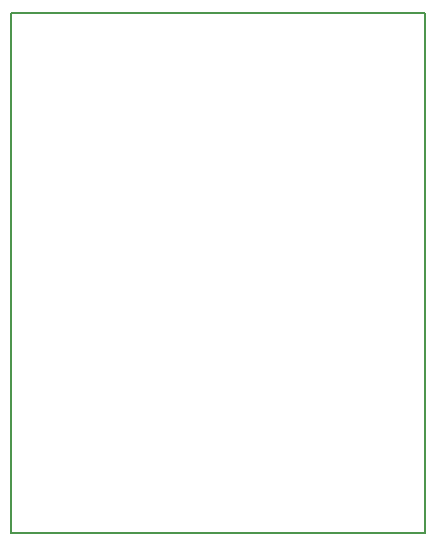
<source format=gbr>
G04 #@! TF.GenerationSoftware,KiCad,Pcbnew,(5.0.0)*
G04 #@! TF.CreationDate,2019-04-06T14:19:34-05:00*
G04 #@! TF.ProjectId,TemperaturePower,54656D7065726174757265506F776572,rev?*
G04 #@! TF.SameCoordinates,Original*
G04 #@! TF.FileFunction,Profile,NP*
%FSLAX46Y46*%
G04 Gerber Fmt 4.6, Leading zero omitted, Abs format (unit mm)*
G04 Created by KiCad (PCBNEW (5.0.0)) date 04/06/19 14:19:34*
%MOMM*%
%LPD*%
G01*
G04 APERTURE LIST*
%ADD10C,0.150000*%
G04 APERTURE END LIST*
D10*
X117500000Y-96500000D02*
X152500000Y-96500000D01*
X117500000Y-140500000D02*
X117500000Y-96500000D01*
X152500000Y-140500000D02*
X117500000Y-140500000D01*
X152500000Y-96500000D02*
X152500000Y-140500000D01*
M02*

</source>
